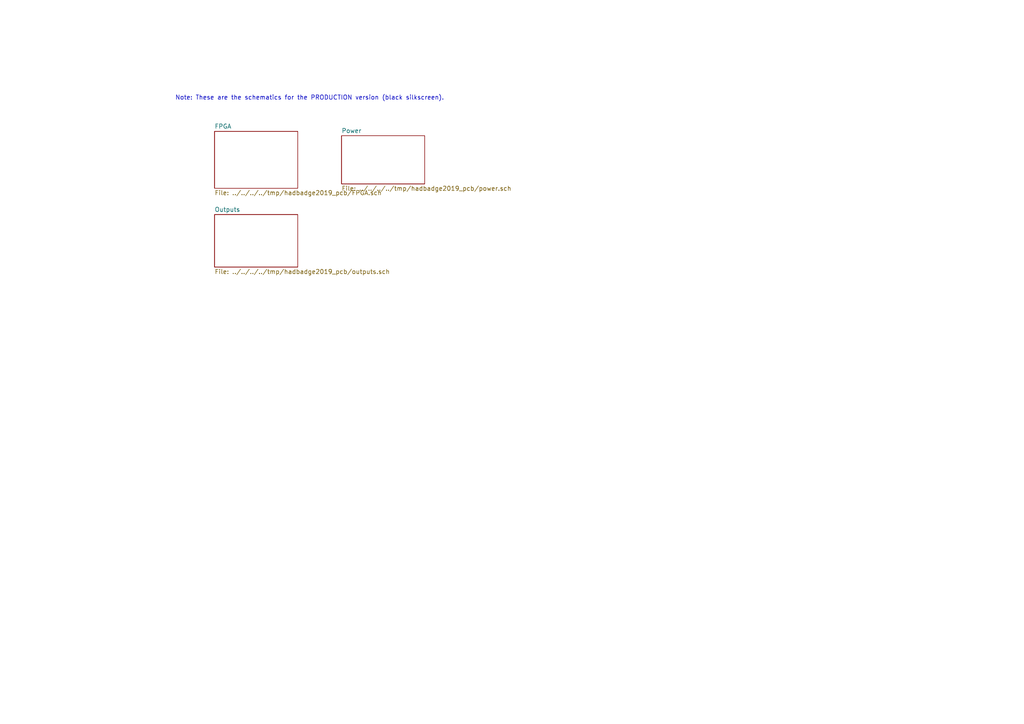
<source format=kicad_sch>
(kicad_sch (version 20230121) (generator eeschema)
  (paper "A4")
  (title_block (title "Hackaday Badge 2019"))
  (lib_symbols)
  (text "Note: These are the schematics for the PRODUCTION version (black silkscreen)." (at 50.8 29.21 0) (effects (font (size 1.27 1.27)) (justify left bottom)))
  (sheet (at 62.23 38.1) (size 24.13 16.51)
    (property "Sheetname" "FPGA" (at 62.23 37.3884 0) (effects (justify left bottom)))
    (property "Sheetfile" "../../../../tmp/hadbadge2019_pcb/FPGA.sch" (at 62.23 55.1946 0) (effects (justify left top)))
  )
  (sheet (at 99.06 39.37) (size 24.13 13.97)
    (property "Sheetname" "Power" (at 99.06 38.6584 0) (effects (justify left bottom)))
    (property "Sheetfile" "../../../../tmp/hadbadge2019_pcb/power.sch" (at 99.06 53.9246 0) (effects (justify left top)))
  )
  (sheet (at 62.23 62.23) (size 24.13 15.24)
    (property "Sheetname" "Outputs" (at 62.23 61.5184 0) (effects (justify left bottom)))
    (property "Sheetfile" "../../../../tmp/hadbadge2019_pcb/outputs.sch" (at 62.23 78.0546 0) (effects (justify left top)))
  )
)
</source>
